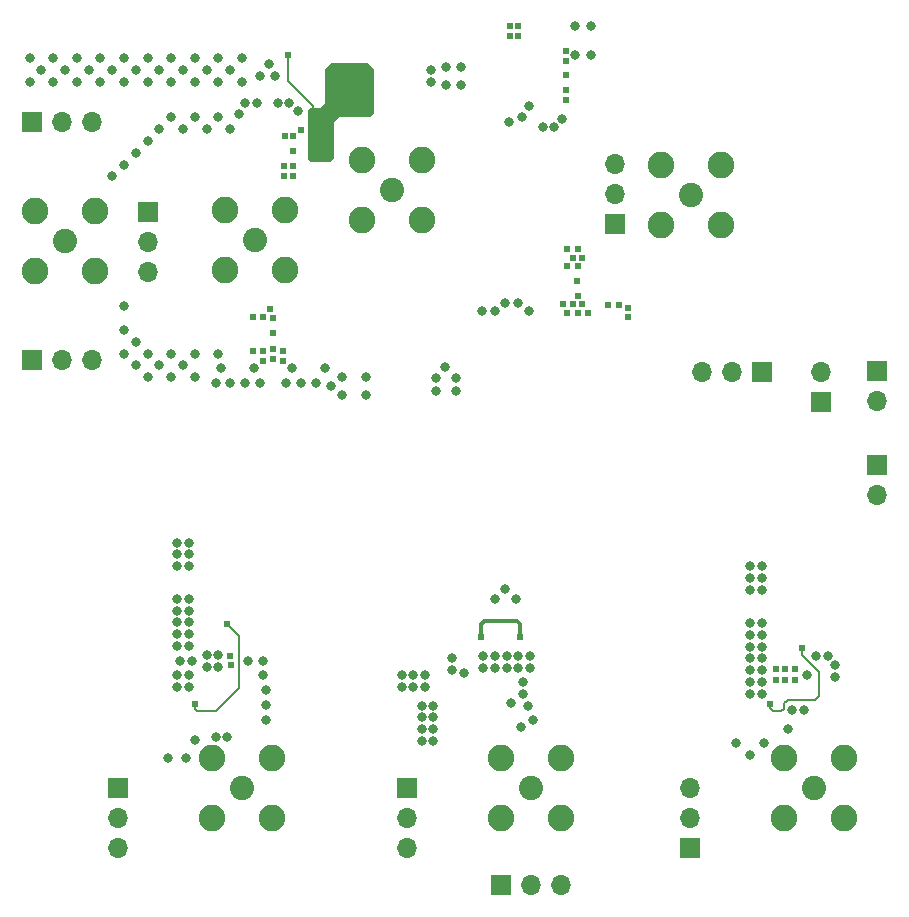
<source format=gbr>
%TF.GenerationSoftware,KiCad,Pcbnew,7.0.7*%
%TF.CreationDate,2023-11-17T01:25:33+08:00*%
%TF.ProjectId,Isolated Power Supply and LDO Verification,49736f6c-6174-4656-9420-506f77657220,rev?*%
%TF.SameCoordinates,Original*%
%TF.FileFunction,Copper,L3,Inr*%
%TF.FilePolarity,Positive*%
%FSLAX46Y46*%
G04 Gerber Fmt 4.6, Leading zero omitted, Abs format (unit mm)*
G04 Created by KiCad (PCBNEW 7.0.7) date 2023-11-17 01:25:33*
%MOMM*%
%LPD*%
G01*
G04 APERTURE LIST*
%TA.AperFunction,ComponentPad*%
%ADD10C,2.050000*%
%TD*%
%TA.AperFunction,ComponentPad*%
%ADD11C,2.250000*%
%TD*%
%TA.AperFunction,ComponentPad*%
%ADD12R,1.700000X1.700000*%
%TD*%
%TA.AperFunction,ComponentPad*%
%ADD13O,1.700000X1.700000*%
%TD*%
%TA.AperFunction,ViaPad*%
%ADD14C,0.800000*%
%TD*%
%TA.AperFunction,ViaPad*%
%ADD15C,0.603000*%
%TD*%
%TA.AperFunction,Conductor*%
%ADD16C,0.300000*%
%TD*%
%TA.AperFunction,Conductor*%
%ADD17C,0.200000*%
%TD*%
G04 APERTURE END LIST*
D10*
%TO.N,Net-(J107-In)*%
%TO.C,J107*%
X126700000Y-48140000D03*
D11*
%TO.N,GNDS*%
X124160000Y-45600000D03*
X124160000Y-50680000D03*
X129240000Y-45600000D03*
X129240000Y-50680000D03*
%TD*%
D12*
%TO.N,GNDS*%
%TO.C,J102*%
X96215000Y-62520000D03*
D13*
X98755000Y-62520000D03*
X101295000Y-62520000D03*
%TD*%
D12*
%TO.N,Net-(J103-Pin_1)*%
%TO.C,J103*%
X167790000Y-63500000D03*
D13*
%TO.N,Net-(BT101-+)*%
X167790000Y-66040000D03*
%TD*%
D10*
%TO.N,Net-(J116-In)*%
%TO.C,J116*%
X162460000Y-98790000D03*
D11*
%TO.N,GND*%
X165000000Y-96250000D03*
X159920000Y-96250000D03*
X165000000Y-101330000D03*
X159920000Y-101330000D03*
%TD*%
D10*
%TO.N,Net-(J101-Pin_1)*%
%TO.C,J104*%
X99000000Y-52460000D03*
D11*
%TO.N,GNDS*%
X96460000Y-49920000D03*
X96460000Y-55000000D03*
X101540000Y-49920000D03*
X101540000Y-55000000D03*
%TD*%
D12*
%TO.N,Net-(J109-In)*%
%TO.C,J113*%
X103460000Y-98750000D03*
D13*
X103460000Y-101290000D03*
X103460000Y-103830000D03*
%TD*%
D10*
%TO.N,Net-(J109-In)*%
%TO.C,J109*%
X113960000Y-98790000D03*
D11*
%TO.N,GND*%
X116500000Y-96250000D03*
X111420000Y-96250000D03*
X116500000Y-101330000D03*
X111420000Y-101330000D03*
%TD*%
D10*
%TO.N,Net-(J103-Pin_1)*%
%TO.C,J115*%
X152000000Y-48540000D03*
D11*
%TO.N,GND*%
X149460000Y-46000000D03*
X149460000Y-51080000D03*
X154540000Y-46000000D03*
X154540000Y-51080000D03*
%TD*%
D12*
%TO.N,Net-(J106-Pin_1)*%
%TO.C,J106*%
X106040000Y-49995000D03*
D13*
%TO.N,Net-(J101-Pin_1)*%
X106040000Y-52535000D03*
%TO.N,Net-(J106-Pin_3)*%
X106040000Y-55075000D03*
%TD*%
D12*
%TO.N,Net-(J105-Pin_1)*%
%TO.C,J105*%
X158040000Y-63540000D03*
D13*
%TO.N,Net-(J103-Pin_1)*%
X155500000Y-63540000D03*
%TO.N,Net-(J105-Pin_3)*%
X152960000Y-63540000D03*
%TD*%
D10*
%TO.N,Net-(J108-In)*%
%TO.C,J108*%
X115100000Y-52340000D03*
D11*
%TO.N,GNDS*%
X112560000Y-49800000D03*
X112560000Y-54880000D03*
X117640000Y-49800000D03*
X117640000Y-54880000D03*
%TD*%
D12*
%TO.N,Net-(J118-Pin_1)*%
%TO.C,J118*%
X163000000Y-66080000D03*
D13*
%TO.N,Net-(J103-Pin_1)*%
X163000000Y-63540000D03*
%TD*%
D12*
%TO.N,Net-(J114-Pin_1)*%
%TO.C,J114*%
X145540000Y-51040000D03*
D13*
%TO.N,Net-(J103-Pin_1)*%
X145540000Y-48500000D03*
%TO.N,Net-(J114-Pin_3)*%
X145540000Y-45960000D03*
%TD*%
D12*
%TO.N,Net-(J101-Pin_1)*%
%TO.C,J101*%
X96215000Y-42420000D03*
D13*
X98755000Y-42420000D03*
X101295000Y-42420000D03*
%TD*%
D12*
%TO.N,GND*%
%TO.C,J112*%
X135920001Y-107000000D03*
D13*
X138460001Y-107000000D03*
X141000001Y-107000000D03*
%TD*%
D10*
%TO.N,/+4V5_REG*%
%TO.C,J110*%
X138460000Y-98790000D03*
D11*
%TO.N,GND*%
X135920000Y-101330000D03*
X141000000Y-101330000D03*
X135920000Y-96250000D03*
X141000000Y-96250000D03*
%TD*%
D12*
%TO.N,Net-(J116-In)*%
%TO.C,J117*%
X151960000Y-103830000D03*
D13*
X151960000Y-101290000D03*
X151960000Y-98750000D03*
%TD*%
D12*
%TO.N,Net-(BT101-+)*%
%TO.C,BT101*%
X167790000Y-71460000D03*
D13*
%TO.N,GND*%
X167790000Y-74000000D03*
%TD*%
D12*
%TO.N,/+4V5_REG*%
%TO.C,J111*%
X127960000Y-98750000D03*
D13*
X127960000Y-101290000D03*
X127960000Y-103830000D03*
%TD*%
D14*
%TO.N,GND*%
X107750000Y-96250000D03*
D15*
X142800000Y-57800000D03*
D14*
X129200000Y-91800000D03*
X158000000Y-82000000D03*
X138200000Y-91800000D03*
D15*
X146700000Y-58900000D03*
D14*
X130000000Y-39000000D03*
X138400000Y-88600000D03*
D15*
X142000000Y-53900000D03*
D14*
X116000000Y-90500000D03*
D15*
X137400000Y-35100000D03*
X142400000Y-58600000D03*
D14*
X132100000Y-65200000D03*
X108500000Y-83750000D03*
X157000000Y-82000000D03*
X129200000Y-94800000D03*
X132750000Y-89000000D03*
X112750000Y-94500000D03*
X157000000Y-88800000D03*
X130000000Y-38000000D03*
X108750000Y-88000000D03*
X128500000Y-90250000D03*
D15*
X145900000Y-57900000D03*
D14*
X135400000Y-87600000D03*
D15*
X141400000Y-36400000D03*
D14*
X115750000Y-88000000D03*
X108500000Y-78000000D03*
D15*
X145000000Y-57900000D03*
D14*
X158200000Y-95000000D03*
X164200000Y-89400000D03*
X157000000Y-87800000D03*
X136300000Y-57700000D03*
X116000000Y-93000000D03*
X160600000Y-92200000D03*
X157000000Y-85800000D03*
X131750000Y-88750000D03*
X163600000Y-87600000D03*
X109500000Y-86750000D03*
X158000000Y-85800000D03*
X109500000Y-82750000D03*
X109500000Y-85750000D03*
D15*
X141400000Y-39700000D03*
D14*
X112000000Y-87500000D03*
X138300000Y-41000000D03*
X135400000Y-58400000D03*
X137800000Y-90800000D03*
D15*
X142400000Y-53100000D03*
D14*
X158000000Y-88800000D03*
D15*
X113020000Y-88400000D03*
X141500000Y-53100000D03*
X113000000Y-87570000D03*
D14*
X158000000Y-89800000D03*
X137600000Y-93600000D03*
X138300000Y-58400000D03*
D15*
X141500000Y-58600000D03*
X160000000Y-88700000D03*
D14*
X109500000Y-90250000D03*
X109500000Y-78000000D03*
X158000000Y-86800000D03*
X114500000Y-88000000D03*
X127500000Y-90250000D03*
D15*
X142350000Y-55850000D03*
D14*
X157000000Y-80000000D03*
X109500000Y-79000000D03*
X137200000Y-82800000D03*
X157000000Y-84800000D03*
D15*
X159228287Y-88714184D03*
D14*
X110000000Y-94750000D03*
X136400000Y-87600000D03*
X158000000Y-87800000D03*
X137400000Y-87600000D03*
X109500000Y-84750000D03*
X108500000Y-80000000D03*
X131250000Y-39250000D03*
X109250000Y-96250000D03*
D15*
X141200000Y-57800000D03*
D14*
X108500000Y-86750000D03*
X143500000Y-36700000D03*
X132500000Y-39250000D03*
D15*
X137400000Y-34300000D03*
X159200000Y-89600000D03*
X142400000Y-57100000D03*
D14*
X132500000Y-37750000D03*
X157000000Y-96000000D03*
X137800000Y-89800000D03*
X108500000Y-79000000D03*
D15*
X141400000Y-37200000D03*
D14*
X131750000Y-87750000D03*
X112000000Y-88500000D03*
X130200000Y-93800000D03*
X130200000Y-92800000D03*
X143500000Y-34300000D03*
X129500000Y-89250000D03*
X164200000Y-88400000D03*
X134400000Y-88600000D03*
X135400000Y-88600000D03*
X140400000Y-42800000D03*
D15*
X141400000Y-40500000D03*
D14*
X137400000Y-57700000D03*
X157000000Y-90800000D03*
D15*
X160800000Y-88700000D03*
X142800000Y-53900000D03*
D14*
X129200000Y-93800000D03*
X158000000Y-80000000D03*
X157000000Y-86800000D03*
X111000000Y-87500000D03*
X142200000Y-36700000D03*
D15*
X160800000Y-89600000D03*
D14*
X128500000Y-89250000D03*
X137700000Y-42000000D03*
X109500000Y-83750000D03*
X142200000Y-34300000D03*
X158000000Y-90800000D03*
X155800000Y-95000000D03*
X138600000Y-93000000D03*
D15*
X136700000Y-35100000D03*
D14*
X136800000Y-91600000D03*
X131200000Y-63100000D03*
X139500000Y-42800000D03*
X129500000Y-90250000D03*
X129200000Y-92800000D03*
X161800000Y-89200000D03*
X108500000Y-89250000D03*
X108500000Y-90250000D03*
X131250000Y-37750000D03*
X130400000Y-65200000D03*
X115750000Y-89250000D03*
X136600000Y-42400000D03*
X162600000Y-87600000D03*
X127500000Y-89250000D03*
X109500000Y-89250000D03*
D15*
X141500000Y-54600000D03*
D14*
X157000000Y-81000000D03*
X111750000Y-94500000D03*
X158000000Y-84800000D03*
D15*
X146700000Y-58100000D03*
X160000000Y-89600000D03*
D14*
X161600000Y-92200000D03*
D15*
X141400000Y-38450000D03*
D14*
X141100000Y-42100000D03*
X138400000Y-87600000D03*
D15*
X142400000Y-54600000D03*
X142000000Y-57800000D03*
D14*
X108500000Y-82750000D03*
X108500000Y-84750000D03*
X135400000Y-82800000D03*
X136300000Y-81900000D03*
X158000000Y-81000000D03*
X157000000Y-89800000D03*
X111000000Y-88500000D03*
D15*
X136700000Y-34300000D03*
X143300000Y-58600000D03*
D14*
X116000000Y-91750000D03*
X134300000Y-58400000D03*
X130200000Y-91800000D03*
X134400000Y-87600000D03*
X109500000Y-80000000D03*
X109750000Y-88000000D03*
X130200000Y-94800000D03*
X132100000Y-64100000D03*
X137400000Y-88600000D03*
X108500000Y-85750000D03*
X160200000Y-93800000D03*
X136400000Y-88600000D03*
X130400000Y-64100000D03*
D15*
%TO.N,Net-(J105-Pin_1)*%
X134220000Y-86010000D03*
X137570000Y-86010000D03*
D14*
%TO.N,GNDS*%
X104000000Y-62000000D03*
D15*
X117600000Y-43550000D03*
X116650000Y-61600000D03*
X118350000Y-46150000D03*
D14*
X102000000Y-37000000D03*
X111000000Y-38000000D03*
X118000000Y-40750000D03*
X108000000Y-37000000D03*
D15*
X117500000Y-62650000D03*
D14*
X109000000Y-43000000D03*
X110000000Y-64000000D03*
X102000000Y-39000000D03*
X118750000Y-41500000D03*
X110000000Y-39000000D03*
X111750000Y-64500000D03*
X106000000Y-64000000D03*
D15*
X116650000Y-59000000D03*
D14*
X114000000Y-39000000D03*
X111000000Y-43000000D03*
X112000000Y-42000000D03*
X114250000Y-64500000D03*
X104000000Y-39000000D03*
X106000000Y-37000000D03*
D15*
X117550000Y-46950000D03*
D14*
X112000000Y-62000000D03*
X104000000Y-37000000D03*
D15*
X114950000Y-58900000D03*
D14*
X98000000Y-39000000D03*
X99000000Y-38000000D03*
X106000000Y-44000000D03*
D15*
X118350000Y-46950000D03*
D14*
X113000000Y-43000000D03*
X110000000Y-42000000D03*
X96000000Y-39000000D03*
X107000000Y-63000000D03*
X115000000Y-63250000D03*
X124500000Y-65500000D03*
X114000000Y-37000000D03*
D15*
X114950000Y-61750000D03*
X116400000Y-58200000D03*
D14*
X97000000Y-38000000D03*
X112000000Y-37000000D03*
D15*
X117550000Y-46150000D03*
D14*
X103000000Y-38000000D03*
X122500000Y-64000000D03*
X116750000Y-38500000D03*
X117750000Y-64500000D03*
X105000000Y-63000000D03*
X101000000Y-38000000D03*
X108000000Y-42000000D03*
X117000000Y-40750000D03*
X118250000Y-63250000D03*
X106000000Y-62000000D03*
X108000000Y-39000000D03*
X121000000Y-63250000D03*
X114250000Y-40750000D03*
X113750000Y-41750000D03*
X116250000Y-37500000D03*
D15*
X118350000Y-44850000D03*
D14*
X100000000Y-39000000D03*
X124500000Y-64000000D03*
X96000000Y-37000000D03*
X122500000Y-65500000D03*
X100000000Y-37000000D03*
X104000000Y-58000000D03*
X113000000Y-64500000D03*
X110000000Y-62000000D03*
D15*
X118950000Y-43050000D03*
D14*
X105000000Y-38000000D03*
X108000000Y-64000000D03*
D15*
X118350000Y-43550000D03*
X115800000Y-62600000D03*
D14*
X98000000Y-37000000D03*
X115500000Y-64500000D03*
X112250000Y-63250000D03*
X109000000Y-38000000D03*
X108000000Y-62000000D03*
X121500000Y-64750000D03*
X105000000Y-45000000D03*
X107000000Y-43000000D03*
X120250000Y-64500000D03*
D15*
X116650000Y-60250000D03*
D14*
X103000000Y-47000000D03*
X109000000Y-63000000D03*
X104000000Y-60000000D03*
X119000000Y-64500000D03*
X104000000Y-46000000D03*
X110000000Y-37000000D03*
X113000000Y-38000000D03*
X106000000Y-39000000D03*
X105000000Y-61000000D03*
X115500000Y-38500000D03*
D15*
X116650000Y-62450000D03*
D14*
X112000000Y-39000000D03*
X115250000Y-40750000D03*
D15*
X115800000Y-61750000D03*
X117500000Y-61750000D03*
D14*
X107000000Y-38000000D03*
D15*
X115800000Y-58900000D03*
%TO.N,Net-(J107-In)*%
X122400000Y-37800000D03*
X123200000Y-37800000D03*
X117910000Y-36730000D03*
X123200000Y-39200000D03*
X122400000Y-39200000D03*
X122000000Y-38500000D03*
D14*
X120200000Y-45200000D03*
D15*
X121250000Y-38500000D03*
D14*
X121200000Y-44200000D03*
X121200000Y-45200000D03*
X120200000Y-44200000D03*
D15*
X124000000Y-37800000D03*
X124000000Y-39200000D03*
%TO.N,Net-(J118-Pin_1)*%
X158680000Y-91690000D03*
X161410000Y-86930000D03*
%TO.N,Net-(J105-Pin_3)*%
X112760000Y-84920000D03*
X110000000Y-91680000D03*
%TD*%
D16*
%TO.N,Net-(J105-Pin_1)*%
X134270000Y-84850000D02*
X134220000Y-84900000D01*
X137570000Y-86010000D02*
X137570000Y-84910000D01*
X137570000Y-84910000D02*
X137270000Y-84610000D01*
X137270000Y-84610000D02*
X134510000Y-84610000D01*
X134220000Y-84900000D02*
X134220000Y-86010000D01*
X134510000Y-84610000D02*
X134270000Y-84850000D01*
D17*
%TO.N,Net-(J107-In)*%
X117910000Y-36730000D02*
X117910000Y-38920000D01*
X117910000Y-38920000D02*
X119350000Y-40360000D01*
X120010000Y-41020000D02*
X120200000Y-44200000D01*
X119350000Y-40360000D02*
X120010000Y-41020000D01*
%TO.N,Net-(J118-Pin_1)*%
X158680000Y-92000000D02*
X158970000Y-92290000D01*
X158680000Y-91690000D02*
X158680000Y-92000000D01*
X162820000Y-88940000D02*
X162270000Y-88390000D01*
X160130000Y-91340000D02*
X162130000Y-91340000D01*
X159610000Y-92290000D02*
X159850000Y-92050000D01*
X162270000Y-88390000D02*
X161410000Y-87530000D01*
X162130000Y-91340000D02*
X162490000Y-91340000D01*
X159850000Y-92050000D02*
X159850000Y-91620000D01*
X161410000Y-87530000D02*
X161410000Y-86930000D01*
X160100000Y-91370000D02*
X160130000Y-91340000D01*
X162490000Y-91340000D02*
X162820000Y-91010000D01*
X162820000Y-91010000D02*
X162820000Y-88940000D01*
X159850000Y-91620000D02*
X160100000Y-91370000D01*
X158970000Y-92290000D02*
X159610000Y-92290000D01*
%TO.N,Net-(J105-Pin_3)*%
X111800000Y-92300000D02*
X112670000Y-91430000D01*
X112670000Y-91430000D02*
X113770000Y-90330000D01*
X110210000Y-92300000D02*
X111800000Y-92300000D01*
X113770000Y-90330000D02*
X113770000Y-86180000D01*
X113770000Y-86180000D02*
X113770000Y-85930000D01*
X110000000Y-92090000D02*
X110210000Y-92300000D01*
X113770000Y-85930000D02*
X112760000Y-84920000D01*
X110000000Y-91680000D02*
X110000000Y-92090000D01*
%TD*%
%TA.AperFunction,Conductor*%
%TO.N,Net-(J107-In)*%
G36*
X124615677Y-37419685D02*
G01*
X124636319Y-37436319D01*
X125163681Y-37963681D01*
X125197166Y-38025004D01*
X125200000Y-38051362D01*
X125200000Y-41548638D01*
X125180315Y-41615677D01*
X125163681Y-41636319D01*
X124836319Y-41963681D01*
X124774996Y-41997166D01*
X124748638Y-42000000D01*
X122199999Y-42000000D01*
X121800000Y-42399999D01*
X121800000Y-45348638D01*
X121780315Y-45415677D01*
X121763681Y-45436319D01*
X121436319Y-45763681D01*
X121374996Y-45797166D01*
X121348638Y-45800000D01*
X119851362Y-45800000D01*
X119784323Y-45780315D01*
X119763681Y-45763681D01*
X119636319Y-45636319D01*
X119602834Y-45574996D01*
X119600000Y-45548638D01*
X119600000Y-41451361D01*
X119619685Y-41384322D01*
X119636310Y-41363689D01*
X119763683Y-41236316D01*
X119825004Y-41202834D01*
X119851362Y-41200000D01*
X120600000Y-41200000D01*
X121000000Y-40800000D01*
X121000000Y-38051361D01*
X121019685Y-37984322D01*
X121036314Y-37963685D01*
X121563680Y-37436319D01*
X121625004Y-37402834D01*
X121651362Y-37400000D01*
X124548638Y-37400000D01*
X124615677Y-37419685D01*
G37*
%TD.AperFunction*%
%TD*%
M02*

</source>
